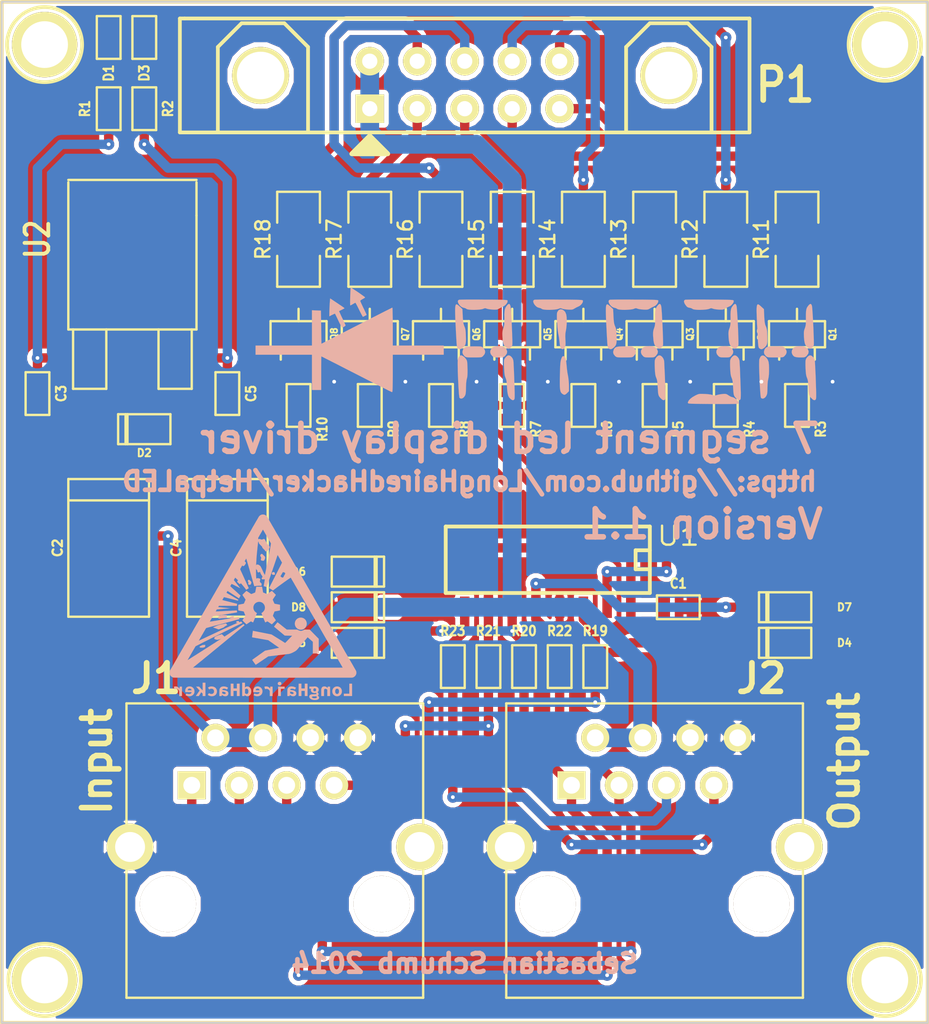
<source format=kicad_pcb>
(kicad_pcb (version 3) (host pcbnew "(2013-may-18)-stable")
  (layers (15 F.Cu signal) (0 B.Cu signal) (18 B.Paste user) (19 F.Paste user) (20 B.SilkS user) (21 F.SilkS user) (22 B.Mask user) (23 F.Mask user) (28 Edge.Cuts user))
  (net 0 "")
  (net 1 +24V)
  (net 2 +5V)
  (net 3 Clock)
  (net 4 Data_In)
  (net 5 Data_Out)
  (net 6 Enable)
  (net 7 FET_1)
  (net 8 FET_2)
  (net 9 FET_3)
  (net 10 FET_4)
  (net 11 FET_5)
  (net 12 FET_6)
  (net 13 FET_7)
  (net 14 FET_8)
  (net 15 GND)
  (net 16 N-0000017)
  (net 17 N-0000018)
  (net 18 N-0000019)
  (net 19 N-0000020)
  (net 20 N-0000021)
  (net 21 N-0000022)
  (net 22 N-0000023)
  (net 23 N-0000024)
  (net 24 N-0000025)
  (net 25 N-0000026)
  (net 26 N-0000027)
  (net 27 N-0000029)
  (net 28 N-0000030)
  (net 29 N-0000031)
  (net 30 N-0000032)
  (net 31 N-0000033)
  (net 32 N-0000034)
  (net 33 N-0000035)
  (net 34 N-0000036)
  (net 35 N-0000037)
  (net 36 N-0000038)
  (net 37 N-0000045)
  (net 38 N-0000047)
  (net 39 Reset)
  (net 40 SEG_1)
  (net 41 SEG_2)
  (net 42 SEG_3)
  (net 43 SEG_4)
  (net 44 SEG_5)
  (net 45 SEG_6)
  (net 46 SEG_7)
  (net 47 SEG_8)
  (module RJ45_MEBP_8-8G (layer F.Cu) (at 134.62 82.55)
    (fp_text reference J2 (at 5.715 -12.065) (layer F.SilkS) (effects (font (size 1.524 1.524) (thickness 0.3048))))
    (fp_text value RJ45 hide)
    (pad "" thru_hole circle (at 5.715 0) (size 3 3) (drill 3) (layers *.Cu *.Mask F.SilkS))
    (pad "" thru_hole circle (at -5.715 0) (size 3 3) (drill 3) (layers *.Cu *.Mask F.SilkS))
    (pad 1 thru_hole rect (at -4.445 -6.35) (size 1.50114 1.50114) (drill 0.89916) (layers *.Cu *.Mask F.SilkS) (net 3 Clock))
    (pad 2 thru_hole circle (at -3.175 -8.89) (size 1.50114 1.50114) (drill 0.89916) (layers *.Cu *.Mask F.SilkS) (net 1 +24V))
    (pad 3 thru_hole circle (at -1.905 -6.35) (size 1.50114 1.50114) (drill 0.89916) (layers *.Cu *.Mask F.SilkS) (net 6 Enable))
    (pad 4 thru_hole circle (at -0.635 -8.89) (size 1.50114 1.50114) (drill 0.89916) (layers *.Cu *.Mask F.SilkS) (net 1 +24V))
    (pad 5 thru_hole circle (at 0.635 -6.35) (size 1.50114 1.50114) (drill 0.89916) (layers *.Cu *.Mask F.SilkS) (net 5 Data_Out))
    (pad 6 thru_hole circle (at 1.905 -8.89) (size 1.50114 1.50114) (drill 0.89916) (layers *.Cu *.Mask F.SilkS) (net 15 GND))
    (pad 7 thru_hole circle (at 3.175 -6.35) (size 1.50114 1.50114) (drill 0.89916) (layers *.Cu *.Mask F.SilkS) (net 39 Reset))
    (pad 8 thru_hole circle (at 4.445 -8.89) (size 1.50114 1.50114) (drill 0.89916) (layers *.Cu *.Mask F.SilkS) (net 15 GND))
    (pad 9 thru_hole circle (at -7.745 -3.05) (size 2.5 2.5) (drill 1.6) (layers *.Cu *.Mask F.SilkS) (net 15 GND))
    (pad 10 thru_hole circle (at 7.747 -3.05) (size 2.5 2.5) (drill 1.6) (layers *.Cu *.Mask F.SilkS))
  )
  (module RJ45_MEBP_8-8G (layer F.Cu) (at 114.3 82.55)
    (fp_text reference J1 (at -6.35 -12.065) (layer F.SilkS) (effects (font (size 1.524 1.524) (thickness 0.3048))))
    (fp_text value RJ45 hide)
    (pad "" thru_hole circle (at 5.715 0) (size 3 3) (drill 3) (layers *.Cu *.Mask F.SilkS))
    (pad "" thru_hole circle (at -5.715 0) (size 3 3) (drill 3) (layers *.Cu *.Mask F.SilkS))
    (pad 1 thru_hole rect (at -4.445 -6.35) (size 1.50114 1.50114) (drill 0.89916) (layers *.Cu *.Mask F.SilkS) (net 3 Clock))
    (pad 2 thru_hole circle (at -3.175 -8.89) (size 1.50114 1.50114) (drill 0.89916) (layers *.Cu *.Mask F.SilkS) (net 1 +24V))
    (pad 3 thru_hole circle (at -1.905 -6.35) (size 1.50114 1.50114) (drill 0.89916) (layers *.Cu *.Mask F.SilkS) (net 6 Enable))
    (pad 4 thru_hole circle (at -0.635 -8.89) (size 1.50114 1.50114) (drill 0.89916) (layers *.Cu *.Mask F.SilkS) (net 1 +24V))
    (pad 5 thru_hole circle (at 0.635 -6.35) (size 1.50114 1.50114) (drill 0.89916) (layers *.Cu *.Mask F.SilkS) (net 4 Data_In))
    (pad 6 thru_hole circle (at 1.905 -8.89) (size 1.50114 1.50114) (drill 0.89916) (layers *.Cu *.Mask F.SilkS) (net 15 GND))
    (pad 7 thru_hole circle (at 3.175 -6.35) (size 1.50114 1.50114) (drill 0.89916) (layers *.Cu *.Mask F.SilkS) (net 39 Reset))
    (pad 8 thru_hole circle (at 4.445 -8.89) (size 1.50114 1.50114) (drill 0.89916) (layers *.Cu *.Mask F.SilkS) (net 15 GND))
    (pad 9 thru_hole circle (at -7.745 -3.05) (size 2.5 2.5) (drill 1.6) (layers *.Cu *.Mask F.SilkS) (net 15 GND))
    (pad 10 thru_hole circle (at 7.747 -3.05) (size 2.5 2.5) (drill 1.6) (layers *.Cu *.Mask F.SilkS))
  )
  (module 1pin (layer F.Cu) (at 101.981 36.576)
    (fp_text reference 1PIN hide)
    (fp_text value P*** hide)
    (pad 1 thru_hole circle (at 0 0) (size 3.5 3.5) (drill 2.5) (layers *.Cu *.Mask F.SilkS))
  )
  (module 1pin (layer F.Cu) (at 101.981 86.614)
    (fp_text reference 1PIN hide)
    (fp_text value P*** hide)
    (pad 1 thru_hole circle (at 0 0) (size 3.5 3.5) (drill 2.5) (layers *.Cu *.Mask F.SilkS))
  )
  (module 1pin (layer F.Cu) (at 146.939 86.614)
    (fp_text reference 1PIN hide)
    (fp_text value P*** hide)
    (pad 1 thru_hole circle (at 0 0) (size 3.5 3.5) (drill 2.5) (layers *.Cu *.Mask F.SilkS))
  )
  (module 1pin (layer F.Cu) (at 146.939 36.576)
    (fp_text reference 1PIN hide)
    (fp_text value P*** hide)
    (pad 1 thru_hole circle (at 0 0) (size 3.5 3.5) (drill 2.5) (layers *.Cu *.Mask F.SilkS))
  )
  (module HE10-10C (layer F.Cu) (at 124.46 38.735 180)
    (fp_text reference P1 (at -17.145 0 360) (layer F.SilkS) (effects (font (size 1.77546 1.5875) (thickness 0.3048))))
    (fp_text value HE10-10 hide)
    (pad 0 thru_hole circle (at -10.922 0.508 180) (size 3.048 3.048) (drill 2.54) (layers *.Cu *.Mask F.SilkS))
    (pad 0 thru_hole circle (at 10.922 0.508 180) (size 3.048 3.048) (drill 2.54) (layers *.Cu *.Mask F.SilkS))
    (pad 1 thru_hole rect (at 5.08 -1.27 180) (size 1.524 1.524) (drill 0.8128) (layers *.Cu *.Mask F.SilkS) (net 1 +24V))
    (pad 2 thru_hole circle (at 5.08 1.27 180) (size 1.524 1.524) (drill 0.8128) (layers *.Cu *.Mask F.SilkS) (net 1 +24V))
    (pad 3 thru_hole circle (at 2.54 -1.27 180) (size 1.524 1.524) (drill 0.8128) (layers *.Cu *.Mask F.SilkS) (net 46 SEG_7))
    (pad 4 thru_hole circle (at 2.54 1.27 180) (size 1.524 1.524) (drill 0.8128) (layers *.Cu *.Mask F.SilkS) (net 47 SEG_8))
    (pad 5 thru_hole circle (at 0 -1.27 180) (size 1.524 1.524) (drill 0.8128) (layers *.Cu *.Mask F.SilkS) (net 44 SEG_5))
    (pad 6 thru_hole circle (at 0 1.27 180) (size 1.524 1.524) (drill 0.8128) (layers *.Cu *.Mask F.SilkS) (net 45 SEG_6))
    (pad 7 thru_hole circle (at -2.54 -1.27 180) (size 1.524 1.524) (drill 0.8128) (layers *.Cu *.Mask F.SilkS) (net 42 SEG_3))
    (pad 8 thru_hole circle (at -2.54 1.27 180) (size 1.524 1.524) (drill 0.8128) (layers *.Cu *.Mask F.SilkS) (net 43 SEG_4))
    (pad 9 thru_hole circle (at -5.08 -1.27 180) (size 1.524 1.524) (drill 0.8128) (layers *.Cu *.Mask F.SilkS) (net 40 SEG_1))
    (pad 10 thru_hole circle (at -5.08 1.27 180) (size 1.524 1.524) (drill 0.8128) (layers *.Cu *.Mask F.SilkS) (net 41 SEG_2))
  )
  (module c_tant_D (layer F.Cu) (at 111.76 63.5 90)
    (fp_text reference C4 (at 0 -2.7305 90) (layer F.SilkS) (effects (font (size 0.50038 0.50038) (thickness 0.11938))))
    (fp_text value 10uF hide)
    (pad 1 smd rect (at 2.99974 0 90) (size 2.55016 2.70002) (layers F.Cu F.Paste F.Mask) (net 2 +5V))
    (pad 2 smd rect (at -2.99974 0 90) (size 2.55016 3.79984) (layers F.Cu F.Paste F.Mask) (net 15 GND))
  )
  (module sot23 (layer F.Cu) (at 119.38 52.07)
    (fp_text reference Q7 (at 1.905 0 90) (layer F.SilkS) (effects (font (size 0.35 0.35) (thickness 0.0875))))
    (fp_text value NDS355 hide)
    (pad 1 smd rect (at -0.9525 1.05664) (size 0.59944 1.00076) (layers F.Cu F.Paste F.Mask) (net 35 N-0000037))
    (pad 2 smd rect (at 0 -1.05664) (size 0.59944 1.00076) (layers F.Cu F.Paste F.Mask) (net 34 N-0000036))
    (pad 3 smd rect (at 0.9525 1.05664) (size 0.59944 1.00076) (layers F.Cu F.Paste F.Mask) (net 15 GND))
  )
  (module sot23 (layer F.Cu) (at 142.24 52.07)
    (fp_text reference Q1 (at 1.905 0 90) (layer F.SilkS) (effects (font (size 0.35 0.35) (thickness 0.0875))))
    (fp_text value NDS355 hide)
    (pad 1 smd rect (at -0.9525 1.05664) (size 0.59944 1.00076) (layers F.Cu F.Paste F.Mask) (net 22 N-0000023))
    (pad 2 smd rect (at 0 -1.05664) (size 0.59944 1.00076) (layers F.Cu F.Paste F.Mask) (net 21 N-0000022))
    (pad 3 smd rect (at 0.9525 1.05664) (size 0.59944 1.00076) (layers F.Cu F.Paste F.Mask) (net 15 GND))
  )
  (module sot23 (layer F.Cu) (at 123.19 52.07)
    (fp_text reference Q6 (at 1.905 0 90) (layer F.SilkS) (effects (font (size 0.35 0.35) (thickness 0.0875))))
    (fp_text value NDS355 hide)
    (pad 1 smd rect (at -0.9525 1.05664) (size 0.59944 1.00076) (layers F.Cu F.Paste F.Mask) (net 36 N-0000038))
    (pad 2 smd rect (at 0 -1.05664) (size 0.59944 1.00076) (layers F.Cu F.Paste F.Mask) (net 26 N-0000027))
    (pad 3 smd rect (at 0.9525 1.05664) (size 0.59944 1.00076) (layers F.Cu F.Paste F.Mask) (net 15 GND))
  )
  (module sot23 (layer F.Cu) (at 138.43 52.07)
    (fp_text reference Q2 (at 1.905 0 90) (layer F.SilkS) (effects (font (size 0.35 0.35) (thickness 0.0875))))
    (fp_text value NDS355 hide)
    (pad 1 smd rect (at -0.9525 1.05664) (size 0.59944 1.00076) (layers F.Cu F.Paste F.Mask) (net 20 N-0000021))
    (pad 2 smd rect (at 0 -1.05664) (size 0.59944 1.00076) (layers F.Cu F.Paste F.Mask) (net 23 N-0000024))
    (pad 3 smd rect (at 0.9525 1.05664) (size 0.59944 1.00076) (layers F.Cu F.Paste F.Mask) (net 15 GND))
  )
  (module sot23 (layer F.Cu) (at 115.57 52.07)
    (fp_text reference Q8 (at 1.905 0 90) (layer F.SilkS) (effects (font (size 0.35 0.35) (thickness 0.0875))))
    (fp_text value NDS355 hide)
    (pad 1 smd rect (at -0.9525 1.05664) (size 0.59944 1.00076) (layers F.Cu F.Paste F.Mask) (net 33 N-0000035))
    (pad 2 smd rect (at 0 -1.05664) (size 0.59944 1.00076) (layers F.Cu F.Paste F.Mask) (net 32 N-0000034))
    (pad 3 smd rect (at 0.9525 1.05664) (size 0.59944 1.00076) (layers F.Cu F.Paste F.Mask) (net 15 GND))
  )
  (module sot23 (layer F.Cu) (at 134.62 52.07)
    (fp_text reference Q3 (at 1.905 0 90) (layer F.SilkS) (effects (font (size 0.35 0.35) (thickness 0.0875))))
    (fp_text value NDS355 hide)
    (pad 1 smd rect (at -0.9525 1.05664) (size 0.59944 1.00076) (layers F.Cu F.Paste F.Mask) (net 19 N-0000020))
    (pad 2 smd rect (at 0 -1.05664) (size 0.59944 1.00076) (layers F.Cu F.Paste F.Mask) (net 18 N-0000019))
    (pad 3 smd rect (at 0.9525 1.05664) (size 0.59944 1.00076) (layers F.Cu F.Paste F.Mask) (net 15 GND))
  )
  (module sot23 (layer F.Cu) (at 130.81 52.07)
    (fp_text reference Q4 (at 1.905 0 90) (layer F.SilkS) (effects (font (size 0.35 0.35) (thickness 0.0875))))
    (fp_text value NDS355 hide)
    (pad 1 smd rect (at -0.9525 1.05664) (size 0.59944 1.00076) (layers F.Cu F.Paste F.Mask) (net 17 N-0000018))
    (pad 2 smd rect (at 0 -1.05664) (size 0.59944 1.00076) (layers F.Cu F.Paste F.Mask) (net 16 N-0000017))
    (pad 3 smd rect (at 0.9525 1.05664) (size 0.59944 1.00076) (layers F.Cu F.Paste F.Mask) (net 15 GND))
  )
  (module sot23 (layer F.Cu) (at 127 52.07)
    (fp_text reference Q5 (at 1.905 0 90) (layer F.SilkS) (effects (font (size 0.35 0.35) (thickness 0.0875))))
    (fp_text value NDS355 hide)
    (pad 1 smd rect (at -0.9525 1.05664) (size 0.59944 1.00076) (layers F.Cu F.Paste F.Mask) (net 25 N-0000026))
    (pad 2 smd rect (at 0 -1.05664) (size 0.59944 1.00076) (layers F.Cu F.Paste F.Mask) (net 24 N-0000025))
    (pad 3 smd rect (at 0.9525 1.05664) (size 0.59944 1.00076) (layers F.Cu F.Paste F.Mask) (net 15 GND))
  )
  (module sod123 (layer F.Cu) (at 107.315 57.15 180)
    (fp_text reference D2 (at 0 -1.27 180) (layer F.SilkS) (effects (font (size 0.39878 0.39878) (thickness 0.09906))))
    (fp_text value BAT42W hide)
    (pad 2 smd rect (at 1.67386 0 180) (size 0.8509 0.8509) (layers F.Cu F.Paste F.Mask) (net 1 +24V))
    (pad 1 smd rect (at -1.67386 0 180) (size 0.8509 0.8509) (layers F.Cu F.Paste F.Mask) (net 2 +5V))
  )
  (module SO16E (layer F.Cu) (at 128.905 64.135 180)
    (fp_text reference U1 (at -6.985 1.27 180) (layer F.SilkS) (effects (font (size 1.016 1.143) (thickness 0.127))))
    (fp_text value 74HC595 hide)
    (pad 1 smd rect (at -4.445 2.54 180) (size 0.508 1.143) (layers F.Cu F.Paste F.Mask) (net 8 FET_2))
    (pad 2 smd rect (at -3.175 2.54 180) (size 0.508 1.143) (layers F.Cu F.Paste F.Mask) (net 9 FET_3))
    (pad 3 smd rect (at -1.905 2.54 180) (size 0.508 1.143) (layers F.Cu F.Paste F.Mask) (net 10 FET_4))
    (pad 4 smd rect (at -0.635 2.54 180) (size 0.508 1.143) (layers F.Cu F.Paste F.Mask) (net 11 FET_5))
    (pad 5 smd rect (at 0.635 2.54 180) (size 0.508 1.143) (layers F.Cu F.Paste F.Mask) (net 12 FET_6))
    (pad 6 smd rect (at 1.905 2.54 180) (size 0.508 1.143) (layers F.Cu F.Paste F.Mask) (net 13 FET_7))
    (pad 7 smd rect (at 3.175 2.54 180) (size 0.508 1.143) (layers F.Cu F.Paste F.Mask) (net 14 FET_8))
    (pad 8 smd rect (at 4.445 2.54 180) (size 0.508 1.143) (layers F.Cu F.Paste F.Mask) (net 15 GND))
    (pad 9 smd rect (at 4.445 -2.54 180) (size 0.508 1.143) (layers F.Cu F.Paste F.Mask) (net 29 N-0000031))
    (pad 10 smd rect (at 3.175 -2.54 180) (size 0.508 1.143) (layers F.Cu F.Paste F.Mask) (net 27 N-0000029))
    (pad 11 smd rect (at 1.905 -2.54 180) (size 0.508 1.143) (layers F.Cu F.Paste F.Mask) (net 28 N-0000030))
    (pad 12 smd rect (at 0.635 -2.54 180) (size 0.508 1.143) (layers F.Cu F.Paste F.Mask) (net 31 N-0000033))
    (pad 13 smd rect (at -0.635 -2.54 180) (size 0.508 1.143) (layers F.Cu F.Paste F.Mask) (net 15 GND))
    (pad 14 smd rect (at -1.905 -2.54 180) (size 0.508 1.143) (layers F.Cu F.Paste F.Mask) (net 30 N-0000032))
    (pad 15 smd rect (at -3.175 -2.54 180) (size 0.508 1.143) (layers F.Cu F.Paste F.Mask) (net 7 FET_1))
    (pad 16 smd rect (at -4.445 -2.54 180) (size 0.508 1.143) (layers F.Cu F.Paste F.Mask) (net 2 +5V))
  )
  (module SM1206 (layer F.Cu) (at 130.81 46.99 90)
    (fp_text reference R14 (at 0 -1.905 90) (layer F.SilkS) (effects (font (size 0.762 0.762) (thickness 0.127))))
    (fp_text value 160 hide)
    (pad 1 smd rect (at -1.651 0 90) (size 1.524 2.032) (layers F.Cu F.Paste F.Mask) (net 16 N-0000017))
    (pad 2 smd rect (at 1.651 0 90) (size 1.524 2.032) (layers F.Cu F.Paste F.Mask) (net 43 SEG_4))
  )
  (module SM1206 (layer F.Cu) (at 123.19 46.99 90)
    (fp_text reference R16 (at 0 -1.905 90) (layer F.SilkS) (effects (font (size 0.762 0.762) (thickness 0.127))))
    (fp_text value 160 hide)
    (pad 1 smd rect (at -1.651 0 90) (size 1.524 2.032) (layers F.Cu F.Paste F.Mask) (net 26 N-0000027))
    (pad 2 smd rect (at 1.651 0 90) (size 1.524 2.032) (layers F.Cu F.Paste F.Mask) (net 45 SEG_6))
  )
  (module SM1206 (layer F.Cu) (at 127 46.99 90)
    (fp_text reference R15 (at 0 -1.905 90) (layer F.SilkS) (effects (font (size 0.762 0.762) (thickness 0.127))))
    (fp_text value 160 hide)
    (pad 1 smd rect (at -1.651 0 90) (size 1.524 2.032) (layers F.Cu F.Paste F.Mask) (net 24 N-0000025))
    (pad 2 smd rect (at 1.651 0 90) (size 1.524 2.032) (layers F.Cu F.Paste F.Mask) (net 44 SEG_5))
  )
  (module SM1206 (layer F.Cu) (at 119.38 46.99 90)
    (fp_text reference R17 (at 0 -1.905 90) (layer F.SilkS) (effects (font (size 0.762 0.762) (thickness 0.127))))
    (fp_text value 470 hide)
    (pad 1 smd rect (at -1.651 0 90) (size 1.524 2.032) (layers F.Cu F.Paste F.Mask) (net 34 N-0000036))
    (pad 2 smd rect (at 1.651 0 90) (size 1.524 2.032) (layers F.Cu F.Paste F.Mask) (net 46 SEG_7))
  )
  (module SM1206 (layer F.Cu) (at 134.62 46.99 90)
    (fp_text reference R13 (at 0 -1.905 90) (layer F.SilkS) (effects (font (size 0.762 0.762) (thickness 0.127))))
    (fp_text value 160 hide)
    (pad 1 smd rect (at -1.651 0 90) (size 1.524 2.032) (layers F.Cu F.Paste F.Mask) (net 18 N-0000019))
    (pad 2 smd rect (at 1.651 0 90) (size 1.524 2.032) (layers F.Cu F.Paste F.Mask) (net 42 SEG_3))
  )
  (module SM1206 (layer F.Cu) (at 138.43 46.99 90)
    (fp_text reference R12 (at 0 -1.905 90) (layer F.SilkS) (effects (font (size 0.762 0.762) (thickness 0.127))))
    (fp_text value 160 hide)
    (pad 1 smd rect (at -1.651 0 90) (size 1.524 2.032) (layers F.Cu F.Paste F.Mask) (net 23 N-0000024))
    (pad 2 smd rect (at 1.651 0 90) (size 1.524 2.032) (layers F.Cu F.Paste F.Mask) (net 41 SEG_2))
  )
  (module SM1206 (layer F.Cu) (at 142.24 46.99 90)
    (fp_text reference R11 (at 0 -1.905 90) (layer F.SilkS) (effects (font (size 0.762 0.762) (thickness 0.127))))
    (fp_text value 160 hide)
    (pad 1 smd rect (at -1.651 0 90) (size 1.524 2.032) (layers F.Cu F.Paste F.Mask) (net 21 N-0000022))
    (pad 2 smd rect (at 1.651 0 90) (size 1.524 2.032) (layers F.Cu F.Paste F.Mask) (net 40 SEG_1))
  )
  (module SM1206 (layer F.Cu) (at 115.57 46.99 90)
    (fp_text reference R18 (at 0 -1.905 90) (layer F.SilkS) (effects (font (size 0.762 0.762) (thickness 0.127))))
    (fp_text value 470 hide)
    (pad 1 smd rect (at -1.651 0 90) (size 1.524 2.032) (layers F.Cu F.Paste F.Mask) (net 32 N-0000034))
    (pad 2 smd rect (at 1.651 0 90) (size 1.524 2.032) (layers F.Cu F.Paste F.Mask) (net 47 SEG_8))
  )
  (module SM0603 (layer F.Cu) (at 107.315 40.005 90)
    (fp_text reference R2 (at 0 1.27 90) (layer F.SilkS) (effects (font (size 0.508 0.4572) (thickness 0.1143))))
    (fp_text value 1k hide)
    (pad 1 smd rect (at -0.762 0 90) (size 0.635 1.143) (layers F.Cu F.Paste F.Mask) (net 2 +5V))
    (pad 2 smd rect (at 0.762 0 90) (size 0.635 1.143) (layers F.Cu F.Paste F.Mask) (net 37 N-0000045))
  )
  (module SM0603 (layer F.Cu) (at 142.24 55.88 270)
    (fp_text reference R3 (at 1.27 -1.27 270) (layer F.SilkS) (effects (font (size 0.508 0.4572) (thickness 0.1143))))
    (fp_text value 220 hide)
    (pad 1 smd rect (at -0.762 0 270) (size 0.635 1.143) (layers F.Cu F.Paste F.Mask) (net 22 N-0000023))
    (pad 2 smd rect (at 0.762 0 270) (size 0.635 1.143) (layers F.Cu F.Paste F.Mask) (net 7 FET_1))
  )
  (module SM0603 (layer F.Cu) (at 101.6 55.245 270)
    (fp_text reference C3 (at 0 -1.27 270) (layer F.SilkS) (effects (font (size 0.508 0.4572) (thickness 0.1143))))
    (fp_text value 100nF hide)
    (pad 1 smd rect (at -0.762 0 270) (size 0.635 1.143) (layers F.Cu F.Paste F.Mask) (net 1 +24V))
    (pad 2 smd rect (at 0.762 0 270) (size 0.635 1.143) (layers F.Cu F.Paste F.Mask) (net 15 GND))
  )
  (module SM0603 (layer F.Cu) (at 138.43 55.88 270)
    (fp_text reference R4 (at 1.27 -1.27 270) (layer F.SilkS) (effects (font (size 0.508 0.4572) (thickness 0.1143))))
    (fp_text value 220 hide)
    (pad 1 smd rect (at -0.762 0 270) (size 0.635 1.143) (layers F.Cu F.Paste F.Mask) (net 20 N-0000021))
    (pad 2 smd rect (at 0.762 0 270) (size 0.635 1.143) (layers F.Cu F.Paste F.Mask) (net 8 FET_2))
  )
  (module SM0603 (layer F.Cu) (at 134.62 55.88 270)
    (fp_text reference R5 (at 1.27 -1.27 270) (layer F.SilkS) (effects (font (size 0.508 0.4572) (thickness 0.1143))))
    (fp_text value 220 hide)
    (pad 1 smd rect (at -0.762 0 270) (size 0.635 1.143) (layers F.Cu F.Paste F.Mask) (net 19 N-0000020))
    (pad 2 smd rect (at 0.762 0 270) (size 0.635 1.143) (layers F.Cu F.Paste F.Mask) (net 9 FET_3))
  )
  (module SM0603 (layer F.Cu) (at 130.81 55.88 270)
    (fp_text reference R6 (at 1.27 -1.27 270) (layer F.SilkS) (effects (font (size 0.508 0.4572) (thickness 0.1143))))
    (fp_text value 220 hide)
    (pad 1 smd rect (at -0.762 0 270) (size 0.635 1.143) (layers F.Cu F.Paste F.Mask) (net 17 N-0000018))
    (pad 2 smd rect (at 0.762 0 270) (size 0.635 1.143) (layers F.Cu F.Paste F.Mask) (net 10 FET_4))
  )
  (module SM0603 (layer F.Cu) (at 107.315 36.195 90)
    (fp_text reference D3 (at -1.905 0 90) (layer F.SilkS) (effects (font (size 0.508 0.4572) (thickness 0.1143))))
    (fp_text value LED hide)
    (pad 1 smd rect (at -0.762 0 90) (size 0.635 1.143) (layers F.Cu F.Paste F.Mask) (net 37 N-0000045))
    (pad 2 smd rect (at 0.762 0 90) (size 0.635 1.143) (layers F.Cu F.Paste F.Mask) (net 15 GND))
  )
  (module SM0603 (layer F.Cu) (at 105.41 40.005 90)
    (fp_text reference R1 (at 0 -1.27 90) (layer F.SilkS) (effects (font (size 0.508 0.4572) (thickness 0.1143))))
    (fp_text value 1k hide)
    (pad 1 smd rect (at -0.762 0 90) (size 0.635 1.143) (layers F.Cu F.Paste F.Mask) (net 1 +24V))
    (pad 2 smd rect (at 0.762 0 90) (size 0.635 1.143) (layers F.Cu F.Paste F.Mask) (net 38 N-0000047))
  )
  (module SM0603 (layer F.Cu) (at 127 55.88 270)
    (fp_text reference R7 (at 1.27 -1.27 270) (layer F.SilkS) (effects (font (size 0.508 0.4572) (thickness 0.1143))))
    (fp_text value 220 hide)
    (pad 1 smd rect (at -0.762 0 270) (size 0.635 1.143) (layers F.Cu F.Paste F.Mask) (net 25 N-0000026))
    (pad 2 smd rect (at 0.762 0 270) (size 0.635 1.143) (layers F.Cu F.Paste F.Mask) (net 11 FET_5))
  )
  (module SM0603 (layer F.Cu) (at 105.41 36.195 90)
    (fp_text reference D1 (at -1.905 0 90) (layer F.SilkS) (effects (font (size 0.508 0.4572) (thickness 0.1143))))
    (fp_text value LED hide)
    (pad 1 smd rect (at -0.762 0 90) (size 0.635 1.143) (layers F.Cu F.Paste F.Mask) (net 38 N-0000047))
    (pad 2 smd rect (at 0.762 0 90) (size 0.635 1.143) (layers F.Cu F.Paste F.Mask) (net 15 GND))
  )
  (module SM0603 (layer F.Cu) (at 135.89 66.675)
    (fp_text reference C1 (at 0 -1.27) (layer F.SilkS) (effects (font (size 0.508 0.4572) (thickness 0.1143))))
    (fp_text value 100n hide)
    (pad 1 smd rect (at -0.762 0) (size 0.635 1.143) (layers F.Cu F.Paste F.Mask) (net 2 +5V))
    (pad 2 smd rect (at 0.762 0) (size 0.635 1.143) (layers F.Cu F.Paste F.Mask) (net 15 GND))
  )
  (module SM0603 (layer F.Cu) (at 123.19 55.88 270)
    (fp_text reference R8 (at 1.27 -1.27 270) (layer F.SilkS) (effects (font (size 0.508 0.4572) (thickness 0.1143))))
    (fp_text value 220 hide)
    (pad 1 smd rect (at -0.762 0 270) (size 0.635 1.143) (layers F.Cu F.Paste F.Mask) (net 36 N-0000038))
    (pad 2 smd rect (at 0.762 0 270) (size 0.635 1.143) (layers F.Cu F.Paste F.Mask) (net 12 FET_6))
  )
  (module SM0603 (layer F.Cu) (at 115.57 55.88 270)
    (fp_text reference R10 (at 1.27 -1.27 270) (layer F.SilkS) (effects (font (size 0.508 0.4572) (thickness 0.1143))))
    (fp_text value 220 hide)
    (pad 1 smd rect (at -0.762 0 270) (size 0.635 1.143) (layers F.Cu F.Paste F.Mask) (net 33 N-0000035))
    (pad 2 smd rect (at 0.762 0 270) (size 0.635 1.143) (layers F.Cu F.Paste F.Mask) (net 14 FET_8))
  )
  (module SM0603 (layer F.Cu) (at 119.38 55.88 270)
    (fp_text reference R9 (at 1.27 -1.27 270) (layer F.SilkS) (effects (font (size 0.508 0.4572) (thickness 0.1143))))
    (fp_text value 220 hide)
    (pad 1 smd rect (at -0.762 0 270) (size 0.635 1.143) (layers F.Cu F.Paste F.Mask) (net 35 N-0000037))
    (pad 2 smd rect (at 0.762 0 270) (size 0.635 1.143) (layers F.Cu F.Paste F.Mask) (net 13 FET_7))
  )
  (module DPAK2 (layer F.Cu) (at 106.68 53.34)
    (fp_text reference U2 (at -5.08 -6.35 90) (layer F.SilkS) (effects (font (size 1.27 1.016) (thickness 0.2032))))
    (fp_text value TS2937 hide)
    (pad 1 smd rect (at -2.286 0) (size 1.651 3.048) (layers F.Cu F.Paste F.Mask) (net 1 +24V))
    (pad 2 smd rect (at 0 -6.35) (size 6.096 6.096) (layers F.Cu F.Paste F.Mask) (net 15 GND))
    (pad 3 smd rect (at 2.286 0) (size 1.651 3.048) (layers F.Cu F.Paste F.Mask) (net 2 +5V))
  )
  (module c_tant_D (layer F.Cu) (at 105.41 63.5 90)
    (fp_text reference C2 (at 0 -2.7305 90) (layer F.SilkS) (effects (font (size 0.50038 0.50038) (thickness 0.11938))))
    (fp_text value 10uF hide)
    (pad 1 smd rect (at 2.99974 0 90) (size 2.55016 2.70002) (layers F.Cu F.Paste F.Mask) (net 1 +24V))
    (pad 2 smd rect (at -2.99974 0 90) (size 2.55016 3.79984) (layers F.Cu F.Paste F.Mask) (net 15 GND))
  )
  (module SM0603 (layer F.Cu) (at 111.76 55.245 270)
    (fp_text reference C5 (at 0 -1.27 270) (layer F.SilkS) (effects (font (size 0.508 0.4572) (thickness 0.1143))))
    (fp_text value 100nF hide)
    (pad 1 smd rect (at -0.762 0 270) (size 0.635 1.143) (layers F.Cu F.Paste F.Mask) (net 2 +5V))
    (pad 2 smd rect (at 0.762 0 270) (size 0.635 1.143) (layers F.Cu F.Paste F.Mask) (net 15 GND))
  )
  (module logo_silkbot_30_00mm (layer B.Cu) (at 128.27 52.705)
    (fp_text reference G*** hide)
    (fp_text value logo_silkbot_30_00mm hide)
  )
  (module sod123 (layer F.Cu) (at 141.605 68.58 180)
    (fp_text reference D4 (at -3.175 0 180) (layer F.SilkS) (effects (font (size 0.39878 0.39878) (thickness 0.09906))))
    (fp_text value ZENER hide)
    (pad 2 smd rect (at 1.67386 0 180) (size 0.8509 0.8509) (layers F.Cu F.Paste F.Mask) (net 30 N-0000032))
    (pad 1 smd rect (at -1.67386 0 180) (size 0.8509 0.8509) (layers F.Cu F.Paste F.Mask) (net 15 GND))
  )
  (module sod123 (layer F.Cu) (at 118.745 68.58)
    (fp_text reference D5 (at -3.175 0) (layer F.SilkS) (effects (font (size 0.39878 0.39878) (thickness 0.09906))))
    (fp_text value ZENER hide)
    (pad 2 smd rect (at 1.67386 0) (size 0.8509 0.8509) (layers F.Cu F.Paste F.Mask) (net 28 N-0000030))
    (pad 1 smd rect (at -1.67386 0) (size 0.8509 0.8509) (layers F.Cu F.Paste F.Mask) (net 15 GND))
  )
  (module sod123 (layer F.Cu) (at 118.745 64.77)
    (fp_text reference D6 (at -3.175 0) (layer F.SilkS) (effects (font (size 0.39878 0.39878) (thickness 0.09906))))
    (fp_text value ZENER hide)
    (pad 2 smd rect (at 1.67386 0) (size 0.8509 0.8509) (layers F.Cu F.Paste F.Mask) (net 27 N-0000029))
    (pad 1 smd rect (at -1.67386 0) (size 0.8509 0.8509) (layers F.Cu F.Paste F.Mask) (net 15 GND))
  )
  (module sod123 (layer F.Cu) (at 141.605 66.675 180)
    (fp_text reference D7 (at -3.175 0 180) (layer F.SilkS) (effects (font (size 0.39878 0.39878) (thickness 0.09906))))
    (fp_text value ZENER hide)
    (pad 2 smd rect (at 1.67386 0 180) (size 0.8509 0.8509) (layers F.Cu F.Paste F.Mask) (net 31 N-0000033))
    (pad 1 smd rect (at -1.67386 0 180) (size 0.8509 0.8509) (layers F.Cu F.Paste F.Mask) (net 15 GND))
  )
  (module sod123 (layer F.Cu) (at 118.745 66.675)
    (fp_text reference D8 (at -3.175 0) (layer F.SilkS) (effects (font (size 0.39878 0.39878) (thickness 0.09906))))
    (fp_text value ZENER hide)
    (pad 2 smd rect (at 1.67386 0) (size 0.8509 0.8509) (layers F.Cu F.Paste F.Mask) (net 29 N-0000031))
    (pad 1 smd rect (at -1.67386 0) (size 0.8509 0.8509) (layers F.Cu F.Paste F.Mask) (net 15 GND))
  )
  (module SM0603 (layer F.Cu) (at 131.445 69.85 90)
    (fp_text reference R19 (at 1.905 0 180) (layer F.SilkS) (effects (font (size 0.508 0.4572) (thickness 0.1143))))
    (fp_text value 1k hide)
    (pad 1 smd rect (at -0.762 0 90) (size 0.635 1.143) (layers F.Cu F.Paste F.Mask) (net 4 Data_In))
    (pad 2 smd rect (at 0.762 0 90) (size 0.635 1.143) (layers F.Cu F.Paste F.Mask) (net 30 N-0000032))
  )
  (module SM0603 (layer F.Cu) (at 127.635 69.85 90)
    (fp_text reference R20 (at 1.905 0 180) (layer F.SilkS) (effects (font (size 0.508 0.4572) (thickness 0.1143))))
    (fp_text value 1k hide)
    (pad 1 smd rect (at -0.762 0 90) (size 0.635 1.143) (layers F.Cu F.Paste F.Mask) (net 3 Clock))
    (pad 2 smd rect (at 0.762 0 90) (size 0.635 1.143) (layers F.Cu F.Paste F.Mask) (net 28 N-0000030))
  )
  (module SM0603 (layer F.Cu) (at 125.73 69.85 90)
    (fp_text reference R21 (at 1.905 0 180) (layer F.SilkS) (effects (font (size 0.508 0.4572) (thickness 0.1143))))
    (fp_text value 1k hide)
    (pad 1 smd rect (at -0.762 0 90) (size 0.635 1.143) (layers F.Cu F.Paste F.Mask) (net 39 Reset))
    (pad 2 smd rect (at 0.762 0 90) (size 0.635 1.143) (layers F.Cu F.Paste F.Mask) (net 27 N-0000029))
  )
  (module SM0603 (layer F.Cu) (at 129.54 69.85 90)
    (fp_text reference R22 (at 1.905 0 180) (layer F.SilkS) (effects (font (size 0.508 0.4572) (thickness 0.1143))))
    (fp_text value 1k hide)
    (pad 1 smd rect (at -0.762 0 90) (size 0.635 1.143) (layers F.Cu F.Paste F.Mask) (net 6 Enable))
    (pad 2 smd rect (at 0.762 0 90) (size 0.635 1.143) (layers F.Cu F.Paste F.Mask) (net 31 N-0000033))
  )
  (module SM0603 (layer F.Cu) (at 123.825 69.85 270)
    (fp_text reference R23 (at -1.905 0 360) (layer F.SilkS) (effects (font (size 0.508 0.4572) (thickness 0.1143))))
    (fp_text value 1k hide)
    (pad 1 smd rect (at -0.762 0 270) (size 0.635 1.143) (layers F.Cu F.Paste F.Mask) (net 29 N-0000031))
    (pad 2 smd rect (at 0.762 0 270) (size 0.635 1.143) (layers F.Cu F.Paste F.Mask) (net 5 Data_Out))
  )
  (module logo_hacker_silkbot_10_00mm (layer B.Cu) (at 113.665 66.675)
    (fp_text reference G*** hide)
    (fp_text value logo_hacker_silkbot_10_00mm hide)
  )
  (gr_line (start 149.225 88.9) (end 99.695 88.9) (angle 90) (layer B.SilkS) (width 0.127))
  (gr_line (start 149.225 34.29) (end 149.225 88.9) (angle 90) (layer B.SilkS) (width 0.127))
  (gr_line (start 99.695 34.29) (end 149.225 34.29) (angle 90) (layer B.SilkS) (width 0.127))
  (gr_line (start 99.695 88.9) (end 99.695 34.29) (angle 90) (layer B.SilkS) (width 0.127))
  (gr_line (start 149.225 88.9) (end 149.225 34.29) (angle 90) (layer F.SilkS) (width 0.2))
  (gr_line (start 99.695 88.9) (end 149.225 88.9) (angle 90) (layer F.SilkS) (width 0.2))
  (gr_line (start 99.695 34.29) (end 99.695 88.9) (angle 90) (layer F.SilkS) (width 0.2))
  (gr_line (start 149.225 34.29) (end 99.695 34.29) (angle 90) (layer F.SilkS) (width 0.2))
  (gr_text "Version 1.1" (at 137.16 62.23) (layer B.SilkS) (effects (font (size 1.5 1.5) (thickness 0.3)) (justify mirror)))
  (gr_text "Sebastian Schumb 2014" (at 124.46 85.725) (layer B.SilkS) (effects (font (size 1 1) (thickness 0.25)) (justify mirror)))
  (gr_text Output (at 144.78 74.93 90) (layer F.SilkS) (effects (font (size 1.5 1.5) (thickness 0.3))))
  (gr_text Input (at 104.775 74.93 90) (layer F.SilkS) (effects (font (size 1.5 1.5) (thickness 0.3))))
  (gr_text https://github.com/LongHairedHacker/HetpaLED (at 124.714 59.944) (layer B.SilkS) (effects (font (size 1 1) (thickness 0.25)) (justify mirror)))
  (gr_text "7 segment led display driver" (at 126.873 57.658) (layer B.SilkS) (effects (font (size 1.5 1.5) (thickness 0.3)) (justify mirror)))
  (gr_line (start 99.695 34.29) (end 149.225 34.29) (angle 90) (layer Edge.Cuts) (width 0.1))
  (gr_line (start 99.695 88.9) (end 99.695 34.29) (angle 90) (layer Edge.Cuts) (width 0.1))
  (gr_line (start 149.225 88.9) (end 99.695 88.9) (angle 90) (layer Edge.Cuts) (width 0.1))
  (gr_line (start 149.225 34.29) (end 149.225 88.9) (angle 90) (layer Edge.Cuts) (width 0.1))
  (segment (start 105.41 60.50026) (end 105.41 62.23) (width 0.5) (layer F.Cu) (net 1))
  (segment (start 108.585 71.12) (end 111.125 73.66) (width 0.5) (layer B.Cu) (net 1))
  (segment (start 108.585 62.865) (end 108.585 71.12) (width 0.5) (layer B.Cu) (net 1))
  (via (at 108.585 62.865) (size 0.6) (drill 0.2) (layers F.Cu B.Cu) (net 1))
  (segment (start 106.045 62.865) (end 108.585 62.865) (width 0.5) (layer F.Cu) (net 1))
  (segment (start 105.41 62.23) (end 106.045 62.865) (width 0.5) (layer F.Cu) (net 1))
  (segment (start 127 66.675) (end 127 64.77) (width 1) (layer B.Cu) (net 1))
  (segment (start 127 64.77) (end 127 43.815) (width 1) (layer B.Cu) (net 1))
  (segment (start 119.38 41.275) (end 119.38 40.005) (width 1) (layer B.Cu) (net 1))
  (segment (start 119.38 41.275) (end 120.015 41.91) (width 1) (layer B.Cu) (net 1))
  (segment (start 120.015 41.91) (end 125.095 41.91) (width 1) (layer B.Cu) (net 1))
  (segment (start 125.095 41.91) (end 127 43.815) (width 1) (layer B.Cu) (net 1))
  (segment (start 119.38 37.465) (end 119.38 40.005) (width 1) (layer B.Cu) (net 1))
  (segment (start 105.41 40.767) (end 105.41 41.91) (width 0.5) (layer F.Cu) (net 1))
  (via (at 105.41 41.91) (size 0.6) (drill 0.2) (layers F.Cu B.Cu) (net 1))
  (segment (start 102.87 41.91) (end 105.41 41.91) (width 0.5) (layer B.Cu) (net 1))
  (segment (start 101.6 43.18) (end 102.87 41.91) (width 0.5) (layer B.Cu) (net 1))
  (segment (start 101.6 43.18) (end 101.6 53.34) (width 0.5) (layer B.Cu) (net 1))
  (via (at 101.6 53.34) (size 0.6) (drill 0.2) (layers F.Cu B.Cu) (net 1))
  (segment (start 118.11 66.675) (end 127 66.675) (width 1) (layer B.Cu) (net 1))
  (segment (start 127 66.675) (end 130.81 66.675) (width 1) (layer B.Cu) (net 1))
  (segment (start 105.64114 57.15) (end 105.64114 58.18886) (width 0.5) (layer F.Cu) (net 1))
  (segment (start 105.64114 58.18886) (end 105.41 58.42) (width 0.5) (layer F.Cu) (net 1))
  (segment (start 105.41 58.42) (end 105.41 60.50026) (width 0.5) (layer F.Cu) (net 1))
  (segment (start 105.64114 57.15) (end 105.64114 56.11114) (width 0.5) (layer F.Cu) (net 1))
  (segment (start 104.394 54.864) (end 105.41 55.88) (width 0.5) (layer F.Cu) (net 1))
  (segment (start 104.394 54.864) (end 104.394 53.34) (width 0.5) (layer F.Cu) (net 1))
  (segment (start 105.64114 56.11114) (end 105.41 55.88) (width 0.5) (layer F.Cu) (net 1))
  (segment (start 101.6 54.483) (end 101.6 53.34) (width 0.5) (layer F.Cu) (net 1))
  (segment (start 101.6 53.34) (end 104.394 53.34) (width 0.5) (layer F.Cu) (net 1))
  (segment (start 133.985 73.66) (end 133.985 69.85) (width 1) (layer B.Cu) (net 1))
  (segment (start 133.985 69.85) (end 130.81 66.675) (width 1) (layer B.Cu) (net 1))
  (segment (start 118.11 66.675) (end 118.11 66.675) (width 1) (layer B.Cu) (net 1))
  (segment (start 113.665 71.12) (end 118.11 66.675) (width 1) (layer B.Cu) (net 1))
  (segment (start 113.665 71.12) (end 113.665 71.12) (width 1) (layer B.Cu) (net 1))
  (segment (start 113.665 71.12) (end 113.665 73.66) (width 1) (layer B.Cu) (net 1))
  (segment (start 131.445 73.66) (end 133.985 73.66) (width 1) (layer B.Cu) (net 1))
  (segment (start 111.125 73.66) (end 113.665 73.66) (width 1) (layer B.Cu) (net 1))
  (segment (start 133.35 66.675) (end 135.128 66.675) (width 0.5) (layer F.Cu) (net 2))
  (segment (start 107.315 40.767) (end 107.315 41.91) (width 0.5) (layer F.Cu) (net 2))
  (via (at 107.315 41.91) (size 0.6) (drill 0.2) (layers F.Cu B.Cu) (net 2))
  (segment (start 107.315 41.91) (end 108.585 43.18) (width 0.5) (layer B.Cu) (net 2))
  (segment (start 108.585 43.18) (end 111.125 43.18) (width 0.5) (layer B.Cu) (net 2))
  (segment (start 111.125 43.18) (end 111.76 43.815) (width 0.5) (layer B.Cu) (net 2))
  (via (at 111.76 53.34) (size 0.6) (drill 0.2) (layers F.Cu B.Cu) (net 2))
  (segment (start 111.76 43.815) (end 111.76 53.34) (width 0.5) (layer B.Cu) (net 2))
  (segment (start 133.35 66.675) (end 133.35 64.135) (width 0.5) (layer F.Cu) (net 2))
  (segment (start 132.715 63.5) (end 133.35 64.135) (width 0.5) (layer F.Cu) (net 2))
  (segment (start 112.395 62.865) (end 123.19 62.865) (width 0.5) (layer F.Cu) (net 2))
  (segment (start 111.76 62.23) (end 112.395 62.865) (width 0.5) (layer F.Cu) (net 2))
  (segment (start 111.76 62.23) (end 111.76 60.50026) (width 0.5) (layer F.Cu) (net 2))
  (segment (start 123.19 62.865) (end 123.825 63.5) (width 0.5) (layer F.Cu) (net 2))
  (segment (start 123.825 63.5) (end 132.715 63.5) (width 0.5) (layer F.Cu) (net 2))
  (segment (start 111.76 53.34) (end 111.76 54.483) (width 0.5) (layer F.Cu) (net 2))
  (segment (start 108.966 53.34) (end 111.76 53.34) (width 0.5) (layer F.Cu) (net 2))
  (segment (start 111.76 53.34) (end 111.76 53.34) (width 0.5) (layer F.Cu) (net 2))
  (segment (start 108.98886 57.15) (end 110.49 57.15) (width 0.5) (layer F.Cu) (net 2))
  (segment (start 110.49 57.15) (end 111.76 58.42) (width 0.5) (layer F.Cu) (net 2))
  (segment (start 111.76 58.42) (end 111.76 60.50026) (width 0.5) (layer F.Cu) (net 2))
  (segment (start 108.966 53.34) (end 108.966 57.12714) (width 0.5) (layer F.Cu) (net 2))
  (segment (start 108.966 57.12714) (end 108.98886 57.15) (width 0.5) (layer F.Cu) (net 2))
  (via (at 132.08 86.36) (size 0.6) (drill 0.2) (layers F.Cu B.Cu) (net 3))
  (segment (start 130.175 76.2) (end 130.175 77.47) (width 0.5) (layer F.Cu) (net 3))
  (segment (start 132.08 79.375) (end 132.08 80.645) (width 0.5) (layer F.Cu) (net 3))
  (segment (start 130.175 77.47) (end 132.08 79.375) (width 0.5) (layer F.Cu) (net 3))
  (segment (start 132.08 85.09) (end 132.08 80.645) (width 0.5) (layer F.Cu) (net 3))
  (segment (start 115.57 86.36) (end 132.08 86.36) (width 0.5) (layer B.Cu) (net 3))
  (segment (start 115.57 83.185) (end 115.57 85.09) (width 0.5) (layer F.Cu) (net 3))
  (segment (start 109.855 77.47) (end 113.03 80.645) (width 0.5) (layer F.Cu) (net 3))
  (segment (start 113.03 80.645) (end 113.03 80.645) (width 0.5) (layer F.Cu) (net 3))
  (segment (start 113.03 80.645) (end 115.57 83.185) (width 0.5) (layer F.Cu) (net 3))
  (segment (start 109.855 77.47) (end 109.855 76.2) (width 0.5) (layer F.Cu) (net 3))
  (segment (start 115.57 85.09) (end 115.57 86.36) (width 0.5) (layer F.Cu) (net 3))
  (via (at 115.57 86.36) (size 0.6) (drill 0.2) (layers F.Cu B.Cu) (net 3))
  (segment (start 132.08 86.36) (end 132.08 85.09) (width 0.5) (layer F.Cu) (net 3))
  (segment (start 127.635 70.612) (end 127.635 73.66) (width 0.5) (layer F.Cu) (net 3))
  (segment (start 127.635 73.66) (end 130.175 76.2) (width 0.5) (layer F.Cu) (net 3))
  (segment (start 115.57 78.105) (end 119.38 78.105) (width 0.5) (layer F.Cu) (net 4))
  (segment (start 114.935 77.47) (end 115.57 78.105) (width 0.5) (layer F.Cu) (net 4))
  (segment (start 114.935 76.2) (end 114.935 77.47) (width 0.5) (layer F.Cu) (net 4))
  (segment (start 119.38 78.105) (end 122.555 74.93) (width 0.5) (layer F.Cu) (net 4))
  (via (at 122.555 71.755) (size 0.6) (drill 0.2) (layers F.Cu B.Cu) (net 4))
  (via (at 131.445 71.755) (size 0.6) (drill 0.2) (layers F.Cu B.Cu) (net 4))
  (segment (start 131.445 71.755) (end 122.555 71.755) (width 0.5) (layer B.Cu) (net 4))
  (segment (start 131.445 70.612) (end 131.445 71.755) (width 0.5) (layer F.Cu) (net 4))
  (segment (start 122.555 71.755) (end 122.555 74.93) (width 0.5) (layer F.Cu) (net 4))
  (segment (start 122.555 74.93) (end 122.555 74.93) (width 0.5) (layer F.Cu) (net 4))
  (via (at 123.825 76.835) (size 0.6) (drill 0.2) (layers F.Cu B.Cu) (net 5))
  (segment (start 123.825 70.612) (end 123.825 76.835) (width 0.5) (layer F.Cu) (net 5))
  (segment (start 135.255 77.47) (end 135.255 76.2) (width 0.5) (layer B.Cu) (net 5))
  (segment (start 134.62 78.105) (end 135.255 77.47) (width 0.5) (layer B.Cu) (net 5))
  (segment (start 128.905 78.105) (end 134.62 78.105) (width 0.5) (layer B.Cu) (net 5))
  (segment (start 127.635 76.835) (end 128.905 78.105) (width 0.5) (layer B.Cu) (net 5))
  (segment (start 127 76.835) (end 127.635 76.835) (width 0.5) (layer B.Cu) (net 5))
  (segment (start 123.825 76.835) (end 127 76.835) (width 0.5) (layer B.Cu) (net 5))
  (via (at 116.84 85.09) (size 0.6) (drill 0.2) (layers F.Cu B.Cu) (net 6))
  (segment (start 132.715 76.2) (end 132.715 76.835) (width 0.5) (layer F.Cu) (net 6))
  (segment (start 133.35 78.105) (end 133.35 80.645) (width 0.5) (layer F.Cu) (net 6))
  (segment (start 132.715 77.47) (end 133.35 78.105) (width 0.5) (layer F.Cu) (net 6))
  (segment (start 132.715 76.835) (end 132.715 77.47) (width 0.5) (layer F.Cu) (net 6))
  (segment (start 133.35 85.09) (end 133.35 80.645) (width 0.5) (layer F.Cu) (net 6))
  (segment (start 116.84 84.455) (end 116.84 85.09) (width 0.5) (layer F.Cu) (net 6))
  (segment (start 112.395 77.47) (end 112.395 76.2) (width 0.5) (layer F.Cu) (net 6))
  (segment (start 114.3 79.375) (end 116.84 81.915) (width 0.5) (layer F.Cu) (net 6))
  (segment (start 114.3 79.375) (end 114.3 79.375) (width 0.5) (layer F.Cu) (net 6))
  (segment (start 112.395 77.47) (end 114.3 79.375) (width 0.5) (layer F.Cu) (net 6))
  (segment (start 116.84 81.915) (end 116.84 84.455) (width 0.5) (layer F.Cu) (net 6))
  (via (at 133.35 85.09) (size 0.6) (drill 0.2) (layers F.Cu B.Cu) (net 6))
  (segment (start 116.84 85.09) (end 133.35 85.09) (width 0.5) (layer B.Cu) (net 6))
  (segment (start 129.54 70.612) (end 129.54 74.295) (width 0.5) (layer F.Cu) (net 6))
  (segment (start 130.175 74.93) (end 129.54 74.295) (width 0.5) (layer F.Cu) (net 6))
  (segment (start 131.445 74.93) (end 132.715 76.2) (width 0.5) (layer F.Cu) (net 6))
  (segment (start 131.445 74.93) (end 130.175 74.93) (width 0.5) (layer F.Cu) (net 6))
  (segment (start 135.255 63.5) (end 135.255 62.865) (width 0.5) (layer F.Cu) (net 7))
  (segment (start 142.24 57.15) (end 142.24 56.642) (width 0.5) (layer F.Cu) (net 7))
  (segment (start 140.335 59.055) (end 142.24 57.15) (width 0.5) (layer F.Cu) (net 7))
  (segment (start 139.065 59.055) (end 140.335 59.055) (width 0.5) (layer F.Cu) (net 7))
  (segment (start 135.255 62.865) (end 139.065 59.055) (width 0.5) (layer F.Cu) (net 7))
  (segment (start 135.255 63.5) (end 135.255 63.5) (width 0.5) (layer F.Cu) (net 7))
  (segment (start 135.255 63.5) (end 135.255 64.77) (width 0.5) (layer F.Cu) (net 7))
  (via (at 135.255 64.77) (size 0.6) (drill 0.2) (layers F.Cu B.Cu) (net 7))
  (via (at 132.08 64.77) (size 0.6) (drill 0.2) (layers F.Cu B.Cu) (net 7))
  (segment (start 132.08 64.77) (end 132.08 66.675) (width 0.5) (layer F.Cu) (net 7))
  (segment (start 133.985 64.77) (end 135.255 64.77) (width 0.5) (layer B.Cu) (net 7))
  (segment (start 132.08 64.77) (end 133.985 64.77) (width 0.5) (layer B.Cu) (net 7))
  (segment (start 133.35 61.595) (end 133.35 60.96) (width 0.5) (layer F.Cu) (net 8))
  (segment (start 138.43 57.15) (end 138.43 56.642) (width 0.5) (layer F.Cu) (net 8))
  (segment (start 137.795 57.785) (end 138.43 57.15) (width 0.5) (layer F.Cu) (net 8))
  (segment (start 136.525 57.785) (end 137.795 57.785) (width 0.5) (layer F.Cu) (net 8))
  (segment (start 133.35 60.96) (end 136.525 57.785) (width 0.5) (layer F.Cu) (net 8))
  (segment (start 132.08 61.595) (end 132.08 59.69) (width 0.5) (layer F.Cu) (net 9))
  (segment (start 134.62 57.15) (end 134.62 56.642) (width 0.5) (layer F.Cu) (net 9))
  (segment (start 132.08 59.69) (end 134.62 57.15) (width 0.5) (layer F.Cu) (net 9))
  (segment (start 130.81 61.595) (end 130.81 56.642) (width 0.5) (layer F.Cu) (net 10))
  (segment (start 129.54 61.595) (end 129.54 59.69) (width 0.5) (layer F.Cu) (net 11))
  (segment (start 127 57.15) (end 127 56.642) (width 0.5) (layer F.Cu) (net 11))
  (segment (start 129.54 59.69) (end 127 57.15) (width 0.5) (layer F.Cu) (net 11))
  (segment (start 128.27 61.595) (end 128.27 60.325) (width 0.5) (layer F.Cu) (net 12))
  (segment (start 123.19 57.15) (end 123.19 56.642) (width 0.5) (layer F.Cu) (net 12))
  (segment (start 123.825 57.785) (end 123.19 57.15) (width 0.5) (layer F.Cu) (net 12))
  (segment (start 125.73 57.785) (end 123.825 57.785) (width 0.5) (layer F.Cu) (net 12))
  (segment (start 128.27 60.325) (end 125.73 57.785) (width 0.5) (layer F.Cu) (net 12))
  (segment (start 127 61.595) (end 127 60.325) (width 0.5) (layer F.Cu) (net 13))
  (segment (start 119.38 57.15) (end 119.38 56.642) (width 0.5) (layer F.Cu) (net 13))
  (segment (start 121.285 59.055) (end 119.38 57.15) (width 0.5) (layer F.Cu) (net 13))
  (segment (start 125.73 59.055) (end 121.285 59.055) (width 0.5) (layer F.Cu) (net 13))
  (segment (start 127 60.325) (end 125.73 59.055) (width 0.5) (layer F.Cu) (net 13))
  (segment (start 125.73 61.595) (end 125.73 60.96) (width 0.5) (layer F.Cu) (net 14))
  (segment (start 115.57 57.15) (end 115.57 56.642) (width 0.5) (layer F.Cu) (net 14))
  (segment (start 118.745 60.325) (end 115.57 57.15) (width 0.5) (layer F.Cu) (net 14))
  (segment (start 125.095 60.325) (end 118.745 60.325) (width 0.5) (layer F.Cu) (net 14))
  (segment (start 125.73 60.96) (end 125.095 60.325) (width 0.5) (layer F.Cu) (net 14))
  (segment (start 143.1925 53.12664) (end 143.1925 53.6575) (width 0.5) (layer F.Cu) (net 15))
  (via (at 144.145 54.61) (size 0.6) (drill 0.2) (layers F.Cu B.Cu) (net 15))
  (segment (start 143.1925 53.6575) (end 144.145 54.61) (width 0.5) (layer F.Cu) (net 15))
  (via (at 140.335 54.61) (size 0.6) (drill 0.2) (layers F.Cu B.Cu) (net 15))
  (segment (start 140.335 54.61) (end 139.3825 53.6575) (width 0.5) (layer F.Cu) (net 15))
  (segment (start 139.3825 53.6575) (end 139.3825 53.12664) (width 0.5) (layer F.Cu) (net 15))
  (via (at 136.525 54.61) (size 0.6) (drill 0.2) (layers F.Cu B.Cu) (net 15))
  (segment (start 136.525 54.61) (end 135.5725 53.6575) (width 0.5) (layer F.Cu) (net 15))
  (segment (start 135.5725 53.6575) (end 135.5725 53.12664) (width 0.5) (layer F.Cu) (net 15))
  (segment (start 131.7625 53.12664) (end 131.7625 53.6575) (width 0.5) (layer F.Cu) (net 15))
  (via (at 132.715 54.61) (size 0.6) (drill 0.2) (layers F.Cu B.Cu) (net 15))
  (segment (start 131.7625 53.6575) (end 132.715 54.61) (width 0.5) (layer F.Cu) (net 15))
  (segment (start 127.9525 53.12664) (end 127.9525 53.6575) (width 0.5) (layer F.Cu) (net 15))
  (via (at 128.905 54.61) (size 0.6) (drill 0.2) (layers F.Cu B.Cu) (net 15))
  (segment (start 127.9525 53.6575) (end 128.905 54.61) (width 0.5) (layer F.Cu) (net 15))
  (segment (start 124.1425 53.12664) (end 124.1425 53.6575) (width 0.5) (layer F.Cu) (net 15))
  (via (at 125.095 54.61) (size 0.6) (drill 0.2) (layers F.Cu B.Cu) (net 15))
  (segment (start 124.1425 53.6575) (end 125.095 54.61) (width 0.5) (layer F.Cu) (net 15))
  (segment (start 120.3325 53.12664) (end 120.3325 53.6575) (width 0.5) (layer F.Cu) (net 15))
  (via (at 121.285 54.61) (size 0.6) (drill 0.2) (layers F.Cu B.Cu) (net 15))
  (segment (start 120.3325 53.6575) (end 121.285 54.61) (width 0.5) (layer F.Cu) (net 15))
  (via (at 117.475 54.61) (size 0.6) (drill 0.2) (layers F.Cu B.Cu) (net 15))
  (segment (start 117.475 54.61) (end 116.5225 53.6575) (width 0.5) (layer F.Cu) (net 15))
  (segment (start 116.5225 53.6575) (end 116.5225 53.12664) (width 0.5) (layer F.Cu) (net 15))
  (segment (start 130.81 48.641) (end 130.81 51.01336) (width 0.5) (layer F.Cu) (net 16))
  (segment (start 129.8575 53.12664) (end 129.8575 53.6575) (width 0.5) (layer F.Cu) (net 17))
  (segment (start 130.81 54.61) (end 130.81 55.118) (width 0.5) (layer F.Cu) (net 17))
  (segment (start 129.8575 53.6575) (end 130.81 54.61) (width 0.5) (layer F.Cu) (net 17))
  (segment (start 134.62 48.641) (end 134.62 51.01336) (width 0.5) (layer F.Cu) (net 18))
  (segment (start 133.6675 53.12664) (end 133.6675 53.6575) (width 0.5) (layer F.Cu) (net 19))
  (segment (start 134.62 54.61) (end 134.62 55.118) (width 0.5) (layer F.Cu) (net 19))
  (segment (start 133.6675 53.6575) (end 134.62 54.61) (width 0.5) (layer F.Cu) (net 19))
  (segment (start 137.4775 53.12664) (end 137.4775 53.6575) (width 0.5) (layer F.Cu) (net 20))
  (segment (start 138.43 54.61) (end 138.43 55.118) (width 0.5) (layer F.Cu) (net 20))
  (segment (start 137.4775 53.6575) (end 138.43 54.61) (width 0.5) (layer F.Cu) (net 20))
  (segment (start 142.24 48.641) (end 142.24 50.8) (width 0.5) (layer F.Cu) (net 21))
  (segment (start 142.24 50.8) (end 142.24 51.01336) (width 0.5) (layer F.Cu) (net 21))
  (segment (start 141.2875 53.12664) (end 141.2875 53.6575) (width 0.5) (layer F.Cu) (net 22))
  (segment (start 142.24 54.61) (end 142.24 55.118) (width 0.5) (layer F.Cu) (net 22))
  (segment (start 141.2875 53.6575) (end 142.24 54.61) (width 0.5) (layer F.Cu) (net 22))
  (segment (start 138.43 48.641) (end 138.43 51.01336) (width 0.5) (layer F.Cu) (net 23))
  (segment (start 127 48.641) (end 127 51.01336) (width 0.5) (layer F.Cu) (net 24))
  (segment (start 126.0475 53.12664) (end 126.0475 53.6575) (width 0.5) (layer F.Cu) (net 25))
  (segment (start 127 54.61) (end 127 55.118) (width 0.5) (layer F.Cu) (net 25))
  (segment (start 126.0475 53.6575) (end 127 54.61) (width 0.5) (layer F.Cu) (net 25))
  (segment (start 123.19 48.641) (end 123.19 51.01336) (width 0.5) (layer F.Cu) (net 26))
  (segment (start 120.41886 64.77) (end 125.095 64.77) (width 0.5) (layer F.Cu) (net 27))
  (segment (start 125.73 65.405) (end 125.73 66.675) (width 0.5) (layer F.Cu) (net 27))
  (segment (start 125.095 64.77) (end 125.73 65.405) (width 0.5) (layer F.Cu) (net 27))
  (segment (start 125.73 69.088) (end 125.73 66.675) (width 0.5) (layer F.Cu) (net 27))
  (segment (start 120.41886 68.58) (end 121.285 68.58) (width 0.5) (layer F.Cu) (net 28))
  (segment (start 123.19 67.945) (end 127 67.945) (width 0.5) (layer B.Cu) (net 28))
  (via (at 123.19 67.945) (size 0.6) (drill 0.2) (layers F.Cu B.Cu) (net 28))
  (via (at 127 67.945) (size 0.6) (drill 0.2) (layers F.Cu B.Cu) (net 28))
  (segment (start 121.92 67.945) (end 123.19 67.945) (width 0.5) (layer F.Cu) (net 28))
  (segment (start 121.285 68.58) (end 121.92 67.945) (width 0.5) (layer F.Cu) (net 28))
  (segment (start 127 67.945) (end 127.635 68.58) (width 0.5) (layer F.Cu) (net 28))
  (segment (start 127.635 68.58) (end 127.635 69.088) (width 0.5) (layer F.Cu) (net 28))
  (segment (start 127 67.945) (end 127 66.675) (width 0.5) (layer F.Cu) (net 28))
  (segment (start 124.46 66.675) (end 120.41886 66.675) (width 0.5) (layer F.Cu) (net 29))
  (segment (start 123.825 69.088) (end 123.825 68.58) (width 0.5) (layer F.Cu) (net 29))
  (segment (start 124.46 67.945) (end 124.46 66.675) (width 0.5) (layer F.Cu) (net 29))
  (segment (start 123.825 68.58) (end 124.46 67.945) (width 0.5) (layer F.Cu) (net 29))
  (segment (start 131.445 69.088) (end 132.842 69.088) (width 0.5) (layer F.Cu) (net 30))
  (segment (start 133.35 68.58) (end 139.93114 68.58) (width 0.5) (layer F.Cu) (net 30))
  (segment (start 132.842 69.088) (end 133.35 68.58) (width 0.5) (layer F.Cu) (net 30))
  (segment (start 130.81 66.675) (end 130.81 67.31) (width 0.5) (layer F.Cu) (net 30))
  (segment (start 131.445 67.945) (end 131.445 69.088) (width 0.5) (layer F.Cu) (net 30))
  (segment (start 130.81 67.31) (end 131.445 67.945) (width 0.5) (layer F.Cu) (net 30))
  (segment (start 128.27 65.405) (end 131.445 65.405) (width 0.5) (layer B.Cu) (net 31))
  (segment (start 132.715 66.675) (end 138.43 66.675) (width 0.5) (layer B.Cu) (net 31))
  (segment (start 131.445 65.405) (end 132.715 66.675) (width 0.5) (layer B.Cu) (net 31))
  (via (at 138.43 66.675) (size 0.6) (drill 0.2) (layers F.Cu B.Cu) (net 31))
  (segment (start 128.27 66.675) (end 128.27 65.405) (width 0.5) (layer F.Cu) (net 31))
  (via (at 128.27 65.405) (size 0.6) (drill 0.2) (layers F.Cu B.Cu) (net 31))
  (segment (start 138.43 66.675) (end 139.93114 66.675) (width 0.5) (layer F.Cu) (net 31))
  (segment (start 128.27 66.675) (end 128.27 67.31) (width 0.5) (layer F.Cu) (net 31))
  (segment (start 129.54 68.58) (end 129.54 69.088) (width 0.5) (layer F.Cu) (net 31))
  (segment (start 128.27 67.31) (end 129.54 68.58) (width 0.5) (layer F.Cu) (net 31))
  (segment (start 115.57 51.01336) (end 115.57 48.641) (width 0.5) (layer F.Cu) (net 32))
  (segment (start 114.6175 53.12664) (end 114.6175 53.6575) (width 0.5) (layer F.Cu) (net 33))
  (segment (start 115.57 54.61) (end 115.57 55.118) (width 0.5) (layer F.Cu) (net 33))
  (segment (start 114.6175 53.6575) (end 115.57 54.61) (width 0.5) (layer F.Cu) (net 33))
  (segment (start 119.38 48.641) (end 119.38 51.01336) (width 0.5) (layer F.Cu) (net 34))
  (segment (start 118.4275 53.12664) (end 118.4275 53.6575) (width 0.5) (layer F.Cu) (net 35))
  (segment (start 119.38 54.61) (end 119.38 55.118) (width 0.5) (layer F.Cu) (net 35))
  (segment (start 118.4275 53.6575) (end 119.38 54.61) (width 0.5) (layer F.Cu) (net 35))
  (segment (start 122.2375 53.12664) (end 122.2375 53.6575) (width 0.5) (layer F.Cu) (net 36))
  (segment (start 123.19 54.61) (end 123.19 55.118) (width 0.5) (layer F.Cu) (net 36))
  (segment (start 122.2375 53.6575) (end 123.19 54.61) (width 0.5) (layer F.Cu) (net 36))
  (segment (start 107.315 39.243) (end 107.315 36.957) (width 0.5) (layer F.Cu) (net 37))
  (segment (start 105.41 39.243) (end 105.41 36.957) (width 0.5) (layer F.Cu) (net 38))
  (via (at 130.175 79.375) (size 0.6) (drill 0.2) (layers F.Cu B.Cu) (net 39))
  (segment (start 137.16 79.375) (end 137.795 78.74) (width 0.5) (layer F.Cu) (net 39))
  (segment (start 137.795 76.2) (end 137.795 78.74) (width 0.5) (layer F.Cu) (net 39))
  (segment (start 125.73 74.93) (end 125.73 73.025) (width 0.5) (layer F.Cu) (net 39))
  (segment (start 125.73 74.93) (end 130.175 79.375) (width 0.5) (layer F.Cu) (net 39))
  (via (at 137.16 79.375) (size 0.6) (drill 0.2) (layers F.Cu B.Cu) (net 39))
  (segment (start 130.175 79.375) (end 137.16 79.375) (width 0.5) (layer B.Cu) (net 39))
  (via (at 125.73 73.025) (size 0.6) (drill 0.2) (layers F.Cu B.Cu) (net 39))
  (segment (start 117.475 76.2) (end 119.38 76.2) (width 0.5) (layer F.Cu) (net 39))
  (segment (start 121.285 74.295) (end 119.38 76.2) (width 0.5) (layer F.Cu) (net 39))
  (segment (start 121.285 73.025) (end 121.285 74.295) (width 0.5) (layer F.Cu) (net 39))
  (via (at 121.285 73.025) (size 0.6) (drill 0.2) (layers F.Cu B.Cu) (net 39))
  (segment (start 121.285 73.025) (end 125.73 73.025) (width 0.5) (layer B.Cu) (net 39))
  (segment (start 125.73 70.612) (end 125.73 73.025) (width 0.5) (layer F.Cu) (net 39))
  (segment (start 135.89 42.545) (end 140.97 42.545) (width 0.5) (layer F.Cu) (net 40))
  (segment (start 140.97 42.545) (end 142.24 43.815) (width 0.5) (layer F.Cu) (net 40))
  (segment (start 142.24 43.815) (end 142.24 45.339) (width 0.5) (layer F.Cu) (net 40))
  (segment (start 132.715 41.275) (end 134.62 41.275) (width 0.5) (layer F.Cu) (net 40))
  (segment (start 131.445 40.005) (end 132.715 41.275) (width 0.5) (layer F.Cu) (net 40))
  (segment (start 129.54 40.005) (end 131.445 40.005) (width 0.5) (layer F.Cu) (net 40))
  (segment (start 134.62 41.275) (end 135.89 42.545) (width 0.5) (layer F.Cu) (net 40))
  (via (at 138.43 36.195) (size 0.6) (drill 0.2) (layers F.Cu B.Cu) (net 41))
  (segment (start 129.54 36.195) (end 130.175 35.56) (width 0.5) (layer F.Cu) (net 41))
  (segment (start 130.175 35.56) (end 137.795 35.56) (width 0.5) (layer F.Cu) (net 41))
  (segment (start 137.795 35.56) (end 138.43 36.195) (width 0.5) (layer F.Cu) (net 41))
  (segment (start 129.54 37.465) (end 129.54 36.195) (width 0.5) (layer F.Cu) (net 41))
  (segment (start 138.43 43.815) (end 138.43 45.339) (width 0.5) (layer F.Cu) (net 41))
  (via (at 138.43 43.815) (size 0.6) (drill 0.2) (layers F.Cu B.Cu) (net 41))
  (segment (start 138.43 36.195) (end 138.43 43.815) (width 0.5) (layer B.Cu) (net 41))
  (segment (start 133.985 42.545) (end 128.27 42.545) (width 0.5) (layer F.Cu) (net 42))
  (segment (start 134.62 43.18) (end 133.985 42.545) (width 0.5) (layer F.Cu) (net 42))
  (segment (start 134.62 45.339) (end 134.62 43.18) (width 0.5) (layer F.Cu) (net 42))
  (segment (start 127 41.275) (end 127 40.005) (width 0.5) (layer F.Cu) (net 42))
  (segment (start 128.27 42.545) (end 127 41.275) (width 0.5) (layer F.Cu) (net 42))
  (segment (start 130.81 35.56) (end 127.635 35.56) (width 0.5) (layer B.Cu) (net 43))
  (segment (start 131.445 36.195) (end 130.81 35.56) (width 0.5) (layer B.Cu) (net 43))
  (via (at 130.81 43.815) (size 0.6) (drill 0.2) (layers F.Cu B.Cu) (net 43))
  (segment (start 130.81 45.339) (end 130.81 43.815) (width 0.5) (layer F.Cu) (net 43))
  (segment (start 131.445 41.91) (end 131.445 41.275) (width 0.5) (layer B.Cu) (net 43))
  (segment (start 130.81 42.545) (end 131.445 41.91) (width 0.5) (layer B.Cu) (net 43))
  (segment (start 130.81 43.815) (end 130.81 42.545) (width 0.5) (layer B.Cu) (net 43))
  (segment (start 131.445 41.275) (end 131.445 36.195) (width 0.5) (layer B.Cu) (net 43))
  (segment (start 127 36.195) (end 127 37.465) (width 0.5) (layer B.Cu) (net 43))
  (segment (start 127.635 35.56) (end 127 36.195) (width 0.5) (layer B.Cu) (net 43))
  (segment (start 124.46 40.005) (end 124.46 41.275) (width 0.5) (layer F.Cu) (net 44))
  (segment (start 127 43.815) (end 124.46 41.275) (width 0.5) (layer F.Cu) (net 44))
  (segment (start 127 43.815) (end 127 45.339) (width 0.5) (layer F.Cu) (net 44))
  (segment (start 123.19 45.339) (end 123.19 43.815) (width 0.5) (layer F.Cu) (net 45))
  (via (at 122.555 43.18) (size 0.6) (drill 0.2) (layers F.Cu B.Cu) (net 45))
  (segment (start 123.19 43.815) (end 122.555 43.18) (width 0.5) (layer F.Cu) (net 45))
  (segment (start 118.745 43.18) (end 122.555 43.18) (width 0.5) (layer B.Cu) (net 45))
  (segment (start 123.825 35.56) (end 124.46 36.195) (width 0.5) (layer B.Cu) (net 45))
  (segment (start 124.46 37.465) (end 124.46 36.195) (width 0.5) (layer B.Cu) (net 45))
  (segment (start 117.475 41.275) (end 117.475 36.195) (width 0.5) (layer B.Cu) (net 45))
  (segment (start 118.745 43.18) (end 117.475 41.91) (width 0.5) (layer B.Cu) (net 45))
  (segment (start 117.475 41.91) (end 117.475 41.275) (width 0.5) (layer B.Cu) (net 45))
  (segment (start 117.475 36.195) (end 118.11 35.56) (width 0.5) (layer B.Cu) (net 45))
  (segment (start 118.11 35.56) (end 123.825 35.56) (width 0.5) (layer B.Cu) (net 45))
  (segment (start 122.555 43.18) (end 122.555 43.18) (width 0.5) (layer B.Cu) (net 45))
  (segment (start 122.555 43.18) (end 122.555 43.18) (width 0.5) (layer B.Cu) (net 45))
  (segment (start 121.285 41.91) (end 121.92 41.275) (width 0.5) (layer F.Cu) (net 46))
  (segment (start 119.38 43.815) (end 121.285 41.91) (width 0.5) (layer F.Cu) (net 46))
  (segment (start 119.38 45.339) (end 119.38 43.815) (width 0.5) (layer F.Cu) (net 46))
  (segment (start 121.92 41.275) (end 121.92 40.005) (width 0.5) (layer F.Cu) (net 46))
  (segment (start 118.11 35.56) (end 121.285 35.56) (width 0.5) (layer F.Cu) (net 47))
  (segment (start 117.475 36.195) (end 118.11 35.56) (width 0.5) (layer F.Cu) (net 47))
  (segment (start 115.57 45.339) (end 115.57 43.815) (width 0.5) (layer F.Cu) (net 47))
  (segment (start 115.57 43.815) (end 117.475 41.91) (width 0.5) (layer F.Cu) (net 47))
  (segment (start 117.475 41.91) (end 117.475 36.195) (width 0.5) (layer F.Cu) (net 47))
  (segment (start 121.92 36.195) (end 121.92 37.465) (width 0.5) (layer F.Cu) (net 47))
  (segment (start 121.285 35.56) (end 121.92 36.195) (width 0.5) (layer F.Cu) (net 47))
  (zone (net 15) (net_name GND) (layer B.Cu) (connect_pads (clearance 0.17018)) (min_thickness 0.17018) (fill (arc_segments 16) (thermal_gap 0.17018) (thermal_bridge_width 1.99898))
    (polygon (pts (xy 99.695 34.29) (xy 149.225 34.29) (xy 149.225 88.9) (xy 99.695 88.9)))
  )
  (zone (net 15) (net_name GND) (layer F.Cu) (connect_pads (clearance 0.17018)) (min_thickness 0.17018) (fill (arc_segments 16) (thermal_gap 0.17018) (thermal_bridge_width 1.99898))
    (polygon (pts (xy 99.695 34.29) (xy 149.225 34.29) (xy 149.225 88.9) (xy 99.695 88.9)))
  )
  (zone (net 0) (net_name "") (layer F.SilkS) (connect_pads (clearance 0.17018)) (min_thickness 0.254) (fill (arc_segments 16) (thermal_gap 0.508) (thermal_bridge_width 0.508))
    (polygon (pts (xy 119.38 41.275) (xy 118.11 42.545) (xy 120.65 42.545)))
  )
)
</source>
